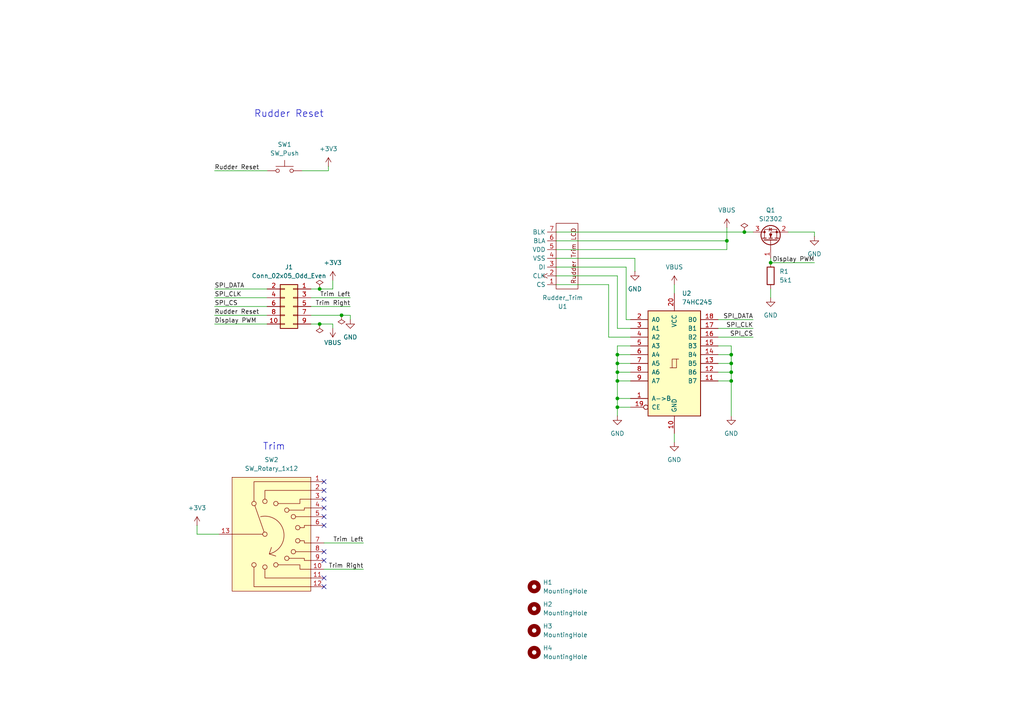
<source format=kicad_sch>
(kicad_sch (version 20231120) (generator "eeschema") (generator_version "8.0")
  (paper "A4")
  (lib_symbols
    (symbol "74xx:74HC245" (pin_names (offset 1.016))
      (property "Reference" "U" (at -7.62 16.51 0))
      (property "Value" "74HC245" (at -7.62 -16.51 0))
      (symbol "74HC245_1_0"
        (polyline (pts (xy -0.635 -1.27) (xy -0.635 1.27) (xy 0.635 1.27)))
        (polyline (pts (xy -1.27 -1.27) (xy 0.635 -1.27) (xy 0.635 1.27) (xy 1.27 1.27)))
        (pin input line (at -12.7 -10.16 0) (length 5.08) (name "A->B") (number "1"))
        (pin power_in line (at 0 -20.32 90) (length 5.08) (name "GND") (number "10"))
        (pin tri_state line (at 12.7 -5.08 180) (length 5.08) (name "B7") (number "11"))
        (pin tri_state line (at 12.7 -2.54 180) (length 5.08) (name "B6") (number "12"))
        (pin tri_state line (at 12.7 0 180) (length 5.08) (name "B5") (number "13"))
        (pin tri_state line (at 12.7 2.54 180) (length 5.08) (name "B4") (number "14"))
        (pin tri_state line (at 12.7 5.08 180) (length 5.08) (name "B3") (number "15"))
        (pin tri_state line (at 12.7 7.62 180) (length 5.08) (name "B2") (number "16"))
        (pin tri_state line (at 12.7 10.16 180) (length 5.08) (name "B1") (number "17"))
        (pin tri_state line (at 12.7 12.7 180) (length 5.08) (name "B0") (number "18"))
        (pin input inverted (at -12.7 -12.7 0) (length 5.08) (name "CE") (number "19"))
        (pin tri_state line (at -12.7 12.7 0) (length 5.08) (name "A0") (number "2"))
        (pin power_in line (at 0 20.32 270) (length 5.08) (name "VCC") (number "20"))
        (pin tri_state line (at -12.7 10.16 0) (length 5.08) (name "A1") (number "3"))
        (pin tri_state line (at -12.7 7.62 0) (length 5.08) (name "A2") (number "4"))
        (pin tri_state line (at -12.7 5.08 0) (length 5.08) (name "A3") (number "5"))
        (pin tri_state line (at -12.7 2.54 0) (length 5.08) (name "A4") (number "6"))
        (pin tri_state line (at -12.7 0 0) (length 5.08) (name "A5") (number "7"))
        (pin tri_state line (at -12.7 -2.54 0) (length 5.08) (name "A6") (number "8"))
        (pin tri_state line (at -12.7 -5.08 0) (length 5.08) (name "A7") (number "9"))
      )
      (symbol "74HC245_1_1"
        (rectangle (start -7.62 15.24) (end 7.62 -15.24) (stroke (width 0.254)) (fill (type background)))
      )
    )
    (symbol "Connector_Generic:Conn_02x05_Odd_Even" (pin_names (offset 1.016) hide)
      (property "Reference" "J" (at 1.27 7.62 0))
      (property "Value" "Conn_02x05_Odd_Even" (at 1.27 -7.62 0))
      (symbol "Conn_02x05_Odd_Even_1_1"
        (rectangle (start -1.27 -4.953) (end 0 -5.207) (stroke (width 0.1524)))
        (rectangle (start -1.27 -2.413) (end 0 -2.667) (stroke (width 0.1524)))
        (rectangle (start -1.27 0.127) (end 0 -0.127) (stroke (width 0.1524)))
        (rectangle (start -1.27 2.667) (end 0 2.413) (stroke (width 0.1524)))
        (rectangle (start -1.27 5.207) (end 0 4.953) (stroke (width 0.1524)))
        (rectangle (start -1.27 6.35) (end 3.81 -6.35) (stroke (width 0.254)) (fill (type background)))
        (rectangle (start 3.81 -4.953) (end 2.54 -5.207) (stroke (width 0.1524)))
        (rectangle (start 3.81 -2.413) (end 2.54 -2.667) (stroke (width 0.1524)))
        (rectangle (start 3.81 0.127) (end 2.54 -0.127) (stroke (width 0.1524)))
        (rectangle (start 3.81 2.667) (end 2.54 2.413) (stroke (width 0.1524)))
        (rectangle (start 3.81 5.207) (end 2.54 4.953) (stroke (width 0.1524)))
        (pin passive line (at -5.08 5.08 0) (length 3.81) (name "Pin_1") (number "1"))
        (pin passive line (at 7.62 -5.08 180) (length 3.81) (name "Pin_10") (number "10"))
        (pin passive line (at 7.62 5.08 180) (length 3.81) (name "Pin_2") (number "2"))
        (pin passive line (at -5.08 2.54 0) (length 3.81) (name "Pin_3") (number "3"))
        (pin passive line (at 7.62 2.54 180) (length 3.81) (name "Pin_4") (number "4"))
        (pin passive line (at -5.08 0 0) (length 3.81) (name "Pin_5") (number "5"))
        (pin passive line (at 7.62 0 180) (length 3.81) (name "Pin_6") (number "6"))
        (pin passive line (at -5.08 -2.54 0) (length 3.81) (name "Pin_7") (number "7"))
        (pin passive line (at 7.62 -2.54 180) (length 3.81) (name "Pin_8") (number "8"))
        (pin passive line (at -5.08 -5.08 0) (length 3.81) (name "Pin_9") (number "9"))
      )
    )
    (symbol "Device:R" (pin_numbers hide) (pin_names (offset 0))
      (property "Reference" "R" (at 2.032 0 90))
      (property "Value" "R" (at 0 0 90))
      (symbol "R_0_1"
        (rectangle (start -1.016 -2.54) (end 1.016 2.54) (stroke (width 0.254)))
      )
      (symbol "R_1_1"
        (pin passive line (at 0 3.81 270) (length 1.27) (name "~") (number "1"))
        (pin passive line (at 0 -3.81 90) (length 1.27) (name "~") (number "2"))
      )
    )
    (symbol "Kav_Displays:Rudder_Trim"
      (property "Reference" "U" (at 2.54 5.08 0))
      (property "Value" "Rudder_Trim" (at -6.35 5.08 0))
      (symbol "Rudder_Trim_0_1"
        (rectangle (start -8.89 3.81) (end 10.16 -2.54))
      )
      (symbol "Rudder_Trim_1_1"
        (text "Rudder Trim LCD" (at 0.7305 2.56 0) (effects (font (size 1.27 1.27))))
        (pin input line (at -7.62 -2.54 270) (length 2.54) (name "CS") (number "1"))
        (pin input clock (at -5.08 -2.54 270) (length 2.54) (name "CLK") (number "2"))
        (pin input line (at -2.54 -2.54 270) (length 2.54) (name "DI") (number "3"))
        (pin power_in line (at 0 -2.54 270) (length 2.54) (name "VSS") (number "4"))
        (pin power_in line (at 2.54 -2.54 270) (length 2.54) (name "VDD") (number "5"))
        (pin power_in line (at 5.08 -2.54 270) (length 2.54) (name "BLA") (number "6"))
        (pin power_in line (at 7.62 -2.54 270) (length 2.54) (name "BLK") (number "7"))
      )
    )
    (symbol "Mechanical:MountingHole" (pin_names (offset 1.016))
      (property "Reference" "H" (at 0 5.08 0))
      (property "Value" "MountingHole" (at 0 3.175 0))
      (symbol "MountingHole_0_1"
        (circle (center 0 0) (radius 1.27) (stroke (width 1.27)))
      )
    )
    (symbol "Switch:SW_Push" (pin_numbers hide) (pin_names (offset 1.016) hide)
      (property "Reference" "SW" (at 1.27 2.54 0))
      (property "Value" "SW_Push" (at 0 -1.524 0))
      (symbol "SW_Push_0_1"
        (circle (center -2.032 0) (radius 0.508))
        (polyline (pts (xy 0 1.27) (xy 0 3.048)))
        (polyline (pts (xy 2.54 1.27) (xy -2.54 1.27)))
        (circle (center 2.032 0) (radius 0.508))
        (pin passive line (at -5.08 0 0) (length 2.54) (name "1") (number "1"))
        (pin passive line (at 5.08 0 180) (length 2.54) (name "2") (number "2"))
      )
    )
    (symbol "Switch:SW_Rotary_1x12" (pin_names (offset 1.016) hide)
      (property "Reference" "SW" (at 0 17.78 0))
      (property "Value" "SW_Rotary_1x12" (at 0 -17.78 0))
      (symbol "SW_Rotary_1x12_0_0"
        (circle (center -5.08 -8.89) (radius 0.635))
        (circle (center -5.08 8.89) (radius 0.635))
        (circle (center -1.905 -9.525) (radius 0.635))
        (circle (center -1.905 0) (radius 0.635))
        (circle (center -1.905 9.525) (radius 0.635))
        (arc (start -0.635 -5.715) (mid 3.4777 0.949) (end -3.175 5.08))
        (polyline (pts (xy -2.1336 0.6096) (xy -4.826 8.2804)))
        (polyline (pts (xy -0.635 -5.715) (xy 0 -3.81)))
        (polyline (pts (xy -0.635 -5.715) (xy 1.27 -6.35)))
        (polyline (pts (xy 6.985 -5.08) (xy 11.43 -5.08)))
        (polyline (pts (xy 6.985 5.08) (xy 11.43 5.08)))
        (polyline (pts (xy -5.08 -9.525) (xy -5.08 -15.24) (xy 11.43 -15.24)))
        (polyline (pts (xy -5.08 9.525) (xy -5.08 15.24) (xy 11.43 15.24)))
        (polyline (pts (xy -1.905 -10.16) (xy -1.905 -12.7) (xy 11.43 -12.7)))
        (polyline (pts (xy -1.905 10.16) (xy -1.905 12.7) (xy 11.43 12.7)))
        (polyline (pts (xy 1.905 -8.89) (xy 8.255 -8.89) (xy 8.255 -10.16) (xy 11.43 -10.16)))
        (polyline (pts (xy 1.905 8.89) (xy 8.255 8.89) (xy 8.255 10.16) (xy 11.43 10.16)))
        (polyline (pts (xy 5.08 -6.985) (xy 9.525 -6.985) (xy 9.525 -7.62) (xy 11.43 -7.62)))
        (polyline (pts (xy 5.08 6.985) (xy 9.525 6.985) (xy 9.525 7.62) (xy 11.43 7.62)))
        (polyline (pts (xy 8.255 -1.905) (xy 9.525 -1.905) (xy 9.525 -2.54) (xy 11.43 -2.54)))
        (polyline (pts (xy 8.255 1.905) (xy 9.525 1.905) (xy 9.525 2.54) (xy 11.43 2.54)))
        (circle (center 1.27 -8.89) (radius 0.635))
        (circle (center 1.27 8.89) (radius 0.635))
        (circle (center 4.445 -6.985) (radius 0.635))
        (circle (center 4.445 6.985) (radius 0.635))
        (circle (center 6.35 -5.08) (radius 0.635))
        (circle (center 6.35 5.08) (radius 0.635))
        (circle (center 7.62 -1.905) (radius 0.635))
        (circle (center 7.62 1.905) (radius 0.635))
      )
      (symbol "SW_Rotary_1x12_1_1"
        (rectangle (start -11.43 16.51) (end 11.43 -16.51) (fill (type background)))
        (polyline (pts (xy -11.43 0) (xy -2.54 0)))
        (pin passive line (at 15.24 15.24 180) (length 3.81) (name "1") (number "1"))
        (pin passive line (at 15.24 -10.16 180) (length 3.81) (name "10") (number "10"))
        (pin passive line (at 15.24 -12.7 180) (length 3.81) (name "11") (number "11"))
        (pin passive line (at 15.24 -15.24 180) (length 3.81) (name "12") (number "12"))
        (pin passive line (at -15.24 0 0) (length 3.81) (name "13") (number "13"))
        (pin passive line (at 15.24 12.7 180) (length 3.81) (name "2") (number "2"))
        (pin passive line (at 15.24 10.16 180) (length 3.81) (name "3") (number "3"))
        (pin passive line (at 15.24 7.62 180) (length 3.81) (name "4") (number "4"))
        (pin passive line (at 15.24 5.08 180) (length 3.81) (name "5") (number "5"))
        (pin passive line (at 15.24 2.54 180) (length 3.81) (name "6") (number "6"))
        (pin passive line (at 15.24 -2.54 180) (length 3.81) (name "7") (number "7"))
        (pin passive line (at 15.24 -5.08 180) (length 3.81) (name "8") (number "8"))
        (pin passive line (at 15.24 -7.62 180) (length 3.81) (name "9") (number "9"))
      )
    )
    (symbol "Transistor_FET:2N7002K" (pin_names hide)
      (property "Reference" "Q" (at 5.08 1.905 0))
      (property "Value" "2N7002K" (at 5.08 0 0))
      (symbol "2N7002K_0_1"
        (polyline (pts (xy 0.254 0) (xy -2.54 0)))
        (polyline (pts (xy 0.254 1.905) (xy 0.254 -1.905)) (stroke (width 0.254)))
        (polyline (pts (xy 0.762 -1.27) (xy 0.762 -2.286)) (stroke (width 0.254)))
        (polyline (pts (xy 0.762 0.508) (xy 0.762 -0.508)) (stroke (width 0.254)))
        (polyline (pts (xy 0.762 2.286) (xy 0.762 1.27)) (stroke (width 0.254)))
        (polyline (pts (xy 2.54 2.54) (xy 2.54 1.778)))
        (polyline (pts (xy 2.54 -2.54) (xy 2.54 0) (xy 0.762 0)))
        (polyline (pts (xy 0.762 -1.778) (xy 3.302 -1.778) (xy 3.302 1.778) (xy 0.762 1.778)))
        (polyline (pts (xy 1.016 0) (xy 2.032 0.381) (xy 2.032 -0.381) (xy 1.016 0)) (fill (type outline)))
        (polyline (pts (xy 2.794 0.508) (xy 2.921 0.381) (xy 3.683 0.381) (xy 3.81 0.254)))
        (polyline (pts (xy 3.302 0.381) (xy 2.921 -0.254) (xy 3.683 -0.254) (xy 3.302 0.381)))
        (circle (center 1.651 0) (radius 2.794) (stroke (width 0.254)))
        (circle (center 2.54 -1.778) (radius 0.254) (fill (type outline)))
        (circle (center 2.54 1.778) (radius 0.254) (fill (type outline)))
      )
      (symbol "2N7002K_1_1"
        (pin input line (at -5.08 0 0) (length 2.54) (name "G") (number "1"))
        (pin passive line (at 2.54 -5.08 90) (length 2.54) (name "S") (number "2"))
        (pin passive line (at 2.54 5.08 270) (length 2.54) (name "D") (number "3"))
      )
    )
    (symbol "power:+3V3" (power) (pin_numbers hide) (pin_names (offset 0) hide)
      (property "Value" "+3V3" (at 0 3.556 0))
      (symbol "+3V3_0_1"
        (polyline (pts (xy -0.762 1.27) (xy 0 2.54)))
        (polyline (pts (xy 0 0) (xy 0 2.54)))
        (polyline (pts (xy 0 2.54) (xy 0.762 1.27)))
      )
      (symbol "+3V3_1_1"
        (pin power_in line (at 0 0 90) (length 0) (name "~") (number "1"))
      )
    )
    (symbol "power:GND" (power) (pin_numbers hide) (pin_names (offset 0) hide)
      (property "Value" "GND" (at 0 -3.81 0))
      (symbol "GND_0_1"
        (polyline (pts (xy 0 0) (xy 0 -1.27) (xy 1.27 -1.27) (xy 0 -2.54) (xy -1.27 -1.27) (xy 0 -1.27)))
      )
      (symbol "GND_1_1"
        (pin power_in line (at 0 0 270) (length 0) (name "~") (number "1"))
      )
    )
    (symbol "power:PWR_FLAG" (power) (pin_numbers hide) (pin_names (offset 0) hide)
      (property "Value" "PWR_FLAG" (at 0 3.81 0))
      (symbol "PWR_FLAG_0_0"
        (pin power_out line (at 0 0 90) (length 0) (name "~") (number "1"))
      )
      (symbol "PWR_FLAG_0_1"
        (polyline (pts (xy 0 0) (xy 0 1.27) (xy -1.016 1.905) (xy 0 2.54) (xy 1.016 1.905) (xy 0 1.27)))
      )
    )
    (symbol "power:VBUS" (power) (pin_numbers hide) (pin_names (offset 0) hide)
      (property "Value" "VBUS" (at 0 3.556 0))
      (symbol "VBUS_0_1"
        (polyline (pts (xy -0.762 1.27) (xy 0 2.54)))
        (polyline (pts (xy 0 0) (xy 0 2.54)))
        (polyline (pts (xy 0 2.54) (xy 0.762 1.27)))
      )
      (symbol "VBUS_1_1"
        (pin power_in line (at 0 0 90) (length 0) (name "~") (number "1"))
      )
    )
  )
  (junction (at 179.07 110.49))
  (junction (at 179.07 102.87))
  (junction (at 212.09 105.41))
  (junction (at 210.82 69.85))
  (junction (at 179.07 105.41))
  (junction (at 215.9 67.31))
  (junction (at 179.07 115.57))
  (junction (at 99.06 91.44))
  (junction (at 92.71 93.98))
  (junction (at 212.09 102.87))
  (junction (at 212.09 107.95))
  (junction (at 92.71 83.82))
  (junction (at 223.52 76.2))
  (junction (at 212.09 110.49))
  (junction (at 179.07 118.11))
  (junction (at 179.07 107.95))
  (no_connect (at 93.98 162.56))
  (no_connect (at 93.98 170.18))
  (no_connect (at 93.98 142.24))
  (no_connect (at 93.98 167.64))
  (no_connect (at 93.98 144.78))
  (no_connect (at 93.98 139.7))
  (no_connect (at 93.98 149.86))
  (no_connect (at 93.98 147.32))
  (no_connect (at 93.98 152.4))
  (no_connect (at 93.98 160.02))
  (wire (pts (xy 208.28 102.87) (xy 212.09 102.87)))
  (wire (pts (xy 90.17 91.44) (xy 99.06 91.44)))
  (wire (pts (xy 210.82 69.85) (xy 210.82 72.39)))
  (wire (pts (xy 182.88 95.25) (xy 179.07 95.25)))
  (wire (pts (xy 101.6 91.44) (xy 101.6 92.71)))
  (wire (pts (xy 212.09 100.33) (xy 208.28 100.33)))
  (wire (pts (xy 181.61 77.47) (xy 161.29 77.47)))
  (wire (pts (xy 179.07 95.25) (xy 179.07 80.01)))
  (wire (pts (xy 182.88 110.49) (xy 179.07 110.49)))
  (wire (pts (xy 228.6 67.31) (xy 236.22 67.31)))
  (wire (pts (xy 161.29 82.55) (xy 176.53 82.55)))
  (wire (pts (xy 223.52 76.2) (xy 236.22 76.2)))
  (wire (pts (xy 62.23 93.98) (xy 77.47 93.98)))
  (wire (pts (xy 99.06 91.44) (xy 101.6 91.44)))
  (wire (pts (xy 179.07 102.87) (xy 179.07 105.41)))
  (wire (pts (xy 161.29 80.01) (xy 179.07 80.01)))
  (wire (pts (xy 236.22 67.31) (xy 236.22 68.58)))
  (wire (pts (xy 184.15 74.93) (xy 184.15 78.74)))
  (wire (pts (xy 176.53 97.79) (xy 176.53 82.55)))
  (wire (pts (xy 223.52 74.93) (xy 223.52 76.2)))
  (wire (pts (xy 179.07 120.65) (xy 179.07 118.11)))
  (wire (pts (xy 210.82 72.39) (xy 161.29 72.39)))
  (wire (pts (xy 182.88 97.79) (xy 176.53 97.79)))
  (wire (pts (xy 92.71 83.82) (xy 96.52 83.82)))
  (wire (pts (xy 57.15 154.94) (xy 63.5 154.94)))
  (wire (pts (xy 62.23 49.53) (xy 77.47 49.53)))
  (wire (pts (xy 195.58 125.73) (xy 195.58 128.27)))
  (wire (pts (xy 179.07 100.33) (xy 179.07 102.87)))
  (wire (pts (xy 208.28 110.49) (xy 212.09 110.49)))
  (wire (pts (xy 208.28 97.79) (xy 218.44 97.79)))
  (wire (pts (xy 92.71 93.98) (xy 96.52 93.98)))
  (wire (pts (xy 93.98 157.48) (xy 105.41 157.48)))
  (wire (pts (xy 95.25 48.26) (xy 95.25 49.53)))
  (wire (pts (xy 184.15 74.93) (xy 161.29 74.93)))
  (wire (pts (xy 161.29 69.85) (xy 210.82 69.85)))
  (wire (pts (xy 212.09 102.87) (xy 212.09 100.33)))
  (wire (pts (xy 57.15 152.4) (xy 57.15 154.94)))
  (wire (pts (xy 90.17 93.98) (xy 92.71 93.98)))
  (wire (pts (xy 208.28 107.95) (xy 212.09 107.95)))
  (wire (pts (xy 212.09 110.49) (xy 212.09 107.95)))
  (wire (pts (xy 179.07 105.41) (xy 182.88 105.41)))
  (wire (pts (xy 96.52 93.98) (xy 96.52 95.25)))
  (wire (pts (xy 182.88 92.71) (xy 181.61 92.71)))
  (wire (pts (xy 179.07 107.95) (xy 182.88 107.95)))
  (wire (pts (xy 182.88 115.57) (xy 179.07 115.57)))
  (wire (pts (xy 96.52 81.28) (xy 96.52 83.82)))
  (wire (pts (xy 179.07 118.11) (xy 182.88 118.11)))
  (wire (pts (xy 195.58 82.55) (xy 195.58 85.09)))
  (wire (pts (xy 208.28 105.41) (xy 212.09 105.41)))
  (wire (pts (xy 179.07 107.95) (xy 179.07 110.49)))
  (wire (pts (xy 208.28 92.71) (xy 218.44 92.71)))
  (wire (pts (xy 90.17 86.36) (xy 101.6 86.36)))
  (wire (pts (xy 179.07 102.87) (xy 182.88 102.87)))
  (wire (pts (xy 212.09 105.41) (xy 212.09 102.87)))
  (wire (pts (xy 215.9 67.31) (xy 218.44 67.31)))
  (wire (pts (xy 90.17 88.9) (xy 101.6 88.9)))
  (wire (pts (xy 62.23 88.9) (xy 77.47 88.9)))
  (wire (pts (xy 215.9 67.31) (xy 161.29 67.31)))
  (wire (pts (xy 210.82 66.04) (xy 210.82 69.85)))
  (wire (pts (xy 179.07 105.41) (xy 179.07 107.95)))
  (wire (pts (xy 62.23 91.44) (xy 77.47 91.44)))
  (wire (pts (xy 179.07 115.57) (xy 179.07 118.11)))
  (wire (pts (xy 208.28 95.25) (xy 218.44 95.25)))
  (wire (pts (xy 182.88 100.33) (xy 179.07 100.33)))
  (wire (pts (xy 90.17 83.82) (xy 92.71 83.82)))
  (wire (pts (xy 62.23 86.36) (xy 77.47 86.36)))
  (wire (pts (xy 212.09 107.95) (xy 212.09 105.41)))
  (wire (pts (xy 93.98 165.1) (xy 105.41 165.1)))
  (wire (pts (xy 62.23 83.82) (xy 77.47 83.82)))
  (wire (pts (xy 181.61 92.71) (xy 181.61 77.47)))
  (wire (pts (xy 212.09 120.65) (xy 212.09 110.49)))
  (wire (pts (xy 87.63 49.53) (xy 95.25 49.53)))
  (wire (pts (xy 223.52 83.82) (xy 223.52 86.36)))
  (wire (pts (xy 179.07 110.49) (xy 179.07 115.57)))
  (text "Rudder Reset" (at 73.66 34.29 0) (effects (font (size 2 2)) (justify left bottom)))
  (text "Trim" (at 76.2 130.81 0) (effects (font (size 2 2)) (justify left bottom)))
  (label "Display PWM" (at 62.23 93.98 0))
  (label "Display PWM" (at 236.22 76.2 180))
  (label "SPI_CS" (at 218.44 97.79 180))
  (label "Trim Left" (at 105.41 157.48 180))
  (label "Rudder Reset" (at 62.23 91.44 0))
  (label "SPI_CS" (at 62.23 88.9 0))
  (label "SPI_CLK" (at 62.23 86.36 0))
  (label "SPI_DATA" (at 62.23 83.82 0))
  (label "Rudder Reset" (at 62.23 49.53 0))
  (label "Trim Right" (at 105.41 165.1 180))
  (label "SPI_DATA" (at 218.44 92.71 180))
  (label "SPI_CLK" (at 218.44 95.25 180))
  (label "Trim Left" (at 101.6 86.36 180))
  (label "Trim Right" (at 101.6 88.9 180))
  (symbol (lib_id "power:GND") (at 195.58 128.27 0) (unit 1)
    (property "Reference" "#PWR06" (effects (hide yes)))
    (property "Value" "GND" (at 195.58 133.35 0))
  )
  (symbol (lib_id "power:+3V3") (at 96.52 81.28 0) (unit 1)
    (property "Reference" "#PWR025" (effects (hide yes)))
    (property "Value" "+3V3" (at 96.52 76.2 0))
  )
  (symbol (lib_id "power:VBUS") (at 195.58 82.55 0) (unit 1)
    (property "Reference" "#PWR07" (effects (hide yes)))
    (property "Value" "VBUS" (at 195.58 77.47 0))
  )
  (symbol (lib_id "Switch:SW_Rotary_1x12") (at 78.74 154.94 0) (unit 1)
    (property "Reference" "SW2" (at 78.74 133.35 0))
    (property "Value" "SW_Rotary_1x12" (at 78.74 135.89 0))
    (property "Footprint" "NiasStuff:C&K_Rotary_Switches" (effects (hide yes)))
    (property "Datasheet" "https://www.mouser.de/datasheet/2/240/arotary-3050724.pdf" (effects (hide yes)))
    (property "JLCPCB Part" "N/A" (effects (hide yes)))
    (property "Manufracturer" "C&K" (effects (hide yes)))
    (property "Manufracturer Part Number" "A12505RNZQ " (effects (hide yes)))
  )
  (symbol (lib_id "Mechanical:MountingHole") (at 154.94 176.53 0) (unit 1) (in_bom no)
    (property "Reference" "H2" (at 157.48 175.26 0) (effects (justify left)))
    (property "Value" "MountingHole" (at 157.48 177.8 0) (effects (justify left)))
    (property "Footprint" "MountingHole:MountingHole_2.2mm_M2" (effects (hide yes)))
  )
  (symbol (lib_id "power:GND") (at 223.52 86.36 0) (unit 1)
    (property "Reference" "#PWR04" (effects (hide yes)))
    (property "Value" "GND" (at 223.52 91.44 0))
  )
  (symbol (lib_id "Device:R") (at 223.52 80.01 180) (unit 1)
    (property "Reference" "R1" (at 226.06 78.74 0) (effects (justify right)))
    (property "Value" "5k1" (at 226.06 81.28 0) (effects (justify right)))
    (property "Footprint" "Resistor_SMD:R_0603_1608Metric" (effects (hide yes)))
    (property "Datasheet" "https://www.lcsc.com/datasheet/lcsc_datasheet_2206010116_UNI-ROYAL-Uniroyal-Elec-0603WAF5101T5E_C23186.pdf" (effects (hide yes)))
    (property "JLCPCB Part" "C23186" (effects (hide yes)))
    (property "Manufracturer" "UNI-ROYAL(Uniroyal Elec)" (effects (hide yes)))
    (property "Manufracturer Part Number" "0603WAF5101T5E" (effects (hide yes)))
  )
  (symbol (lib_id "74xx:74HC245") (at 195.58 105.41 0) (unit 1)
    (property "Reference" "U2" (at 197.7741 85.09 0) (effects (justify left)))
    (property "Value" "74HC245" (at 197.7741 87.63 0) (effects (justify left)))
    (property "Footprint" "Package_SO:SOP-20_7.5x12.8mm_P1.27mm" (effects (hide yes)))
    (property "Datasheet" "https://www.lcsc.com/datasheet/lcsc_datasheet_2407241045_Nexperia-74HCT245PW-118_C5980.pdf" (effects (hide yes)))
    (property "Description" "Octal BUS Transceivers, 3-State outputs" (effects (hide yes)))
    (property "JLCPCB Part" "C5980" (effects (hide yes)))
    (property "Manufracturer" "Nexperia" (effects (hide yes)))
    (property "Manufracturer Part Number" "74HCT245PW,118" (effects (hide yes)))
  )
  (symbol (lib_id "Switch:SW_Push") (at 82.55 49.53 0) (unit 1)
    (property "Reference" "SW1" (at 82.55 41.91 0))
    (property "Value" "SW_Push" (at 82.55 44.45 0))
    (property "Footprint" "Button_Switch_SMD:SW_Push_1TS009xxxx-xxxx-xxxx_6x6x5mm" (effects (hide yes)))
    (property "Datasheet" "https://www.lcsc.com/datasheet/lcsc_datasheet_1811151231_HYP--Hongyuan-Precision-1TS009A-1800-5000-CT_C319409.pdf" (effects (hide yes)))
    (property "JLCPCB Part" "C319409" (effects (hide yes)))
    (property "Manufracturer" "HYP (Hongyuan Precision)" (effects (hide yes)))
    (property "Manufracturer Part Number" "1TS009A-1800-5000-CT" (effects (hide yes)))
  )
  (symbol (lib_id "Transistor_FET:2N7002K") (at 223.52 69.85 90) (unit 1)
    (property "Reference" "Q1" (at 223.52 60.96 90))
    (property "Value" "SI2302" (at 223.52 63.5 90))
    (property "Footprint" "Package_TO_SOT_SMD:SOT-23" (effects (hide yes)))
    (property "Datasheet" "https://www.diodes.com/assets/Datasheets/ds30896.pdf" (effects (hide yes)))
    (property "Description" "0.38A Id, 60V Vds, N-Channel MOSFET, SOT-23" (effects (hide yes)))
    (property "Manufracturer" "YONGYUTAI" (effects (hide yes)))
    (property "Manufracturer Part Number" "SI2302" (effects (hide yes)))
    (property "JLCPCB Part" "C2891732" (effects (hide yes)))
  )
  (symbol (lib_id "power:PWR_FLAG") (at 99.06 91.44 180) (unit 1)
    (property "Reference" "#FLG02" (effects (hide yes)))
    (property "Value" "PWR_FLAG" (effects (hide yes)))
    (property "Description" "Special symbol for telling ERC where power comes from" (effects (hide yes)))
  )
  (symbol (lib_id "power:GND") (at 101.6 92.71 0) (unit 1)
    (property "Reference" "#PWR027" (effects (hide yes)))
    (property "Value" "GND" (at 101.6 97.79 0))
  )
  (symbol (lib_id "power:PWR_FLAG") (at 92.71 83.82 0) (unit 1)
    (property "Reference" "#FLG01" (effects (hide yes)))
    (property "Value" "PWR_FLAG" (effects (hide yes)))
    (property "Description" "Special symbol for telling ERC where power comes from" (effects (hide yes)))
  )
  (symbol (lib_id "power:+3V3") (at 57.15 152.4 0) (unit 1)
    (property "Reference" "#PWR029" (effects (hide yes)))
    (property "Value" "+3V3" (at 57.15 147.32 0))
  )
  (symbol (lib_id "power:GND") (at 236.22 68.58 0) (unit 1)
    (property "Reference" "#PWR03" (effects (hide yes)))
    (property "Value" "GND" (at 236.22 73.66 0))
  )
  (symbol (lib_id "Mechanical:MountingHole") (at 154.94 170.18 0) (unit 1) (in_bom no)
    (property "Reference" "H1" (at 157.48 168.91 0) (effects (justify left)))
    (property "Value" "MountingHole" (at 157.48 171.45 0) (effects (justify left)))
    (property "Footprint" "MountingHole:MountingHole_2.2mm_M2" (effects (hide yes)))
  )
  (symbol (lib_id "power:GND") (at 212.09 120.65 0) (unit 1)
    (property "Reference" "#PWR08" (effects (hide yes)))
    (property "Value" "GND" (at 212.09 125.73 0))
  )
  (symbol (lib_id "power:+3V3") (at 95.25 48.26 0) (unit 1)
    (property "Reference" "#PWR028" (effects (hide yes)))
    (property "Value" "+3V3" (at 95.25 43.18 0))
  )
  (symbol (lib_id "Connector_Generic:Conn_02x05_Odd_Even") (at 85.09 88.9 0) (mirror y) (unit 1)
    (property "Reference" "J1" (at 83.82 77.47 0))
    (property "Value" "Conn_02x05_Odd_Even" (at 83.82 80.01 0))
    (property "Footprint" "Connector_IDC:IDC-Header_2x05_P2.54mm_Vertical" (effects (hide yes)))
    (property "Datasheet" "https://www.lcsc.com/datasheet/lcsc_datasheet_1810281612_BOOMELE-Boom-Precision-Elec-2-54-2-5P_C5665.pdf" (effects (hide yes)))
    (property "JLCPCB Part" "C5665" (effects (hide yes)))
    (property "Manufracturer" "BOOMELE(Boom Precision Elec)" (effects (hide yes)))
    (property "Manufracturer Part Number" "2.54-2*5P" (effects (hide yes)))
  )
  (symbol (lib_id "Mechanical:MountingHole") (at 154.94 189.23 0) (unit 1) (in_bom no)
    (property "Reference" "H4" (at 157.48 187.96 0) (effects (justify left)))
    (property "Value" "MountingHole" (at 157.48 190.5 0) (effects (justify left)))
    (property "Footprint" "MountingHole:MountingHole_2.2mm_M2" (effects (hide yes)))
  )
  (symbol (lib_id "power:PWR_FLAG") (at 215.9 67.31 0) (unit 1)
    (property "Reference" "#FLG04" (effects (hide yes)))
    (property "Value" "PWR_FLAG" (effects (hide yes)))
    (property "Description" "Special symbol for telling ERC where power comes from" (effects (hide yes)))
  )
  (symbol (lib_id "Mechanical:MountingHole") (at 154.94 182.88 0) (unit 1) (in_bom no)
    (property "Reference" "H3" (at 157.48 181.61 0) (effects (justify left)))
    (property "Value" "MountingHole" (at 157.48 184.15 0) (effects (justify left)))
    (property "Footprint" "MountingHole:MountingHole_2.2mm_M2" (effects (hide yes)))
  )
  (symbol (lib_id "power:VBUS") (at 210.82 66.04 0) (unit 1)
    (property "Reference" "#PWR01" (effects (hide yes)))
    (property "Value" "VBUS" (at 210.82 60.96 0))
  )
  (symbol (lib_id "power:PWR_FLAG") (at 92.71 93.98 180) (unit 1)
    (property "Reference" "#FLG03" (effects (hide yes)))
    (property "Value" "PWR_FLAG" (effects (hide yes)))
    (property "Description" "Special symbol for telling ERC where power comes from" (effects (hide yes)))
  )
  (symbol (lib_id "Kav_Displays:Rudder_Trim") (at 163.83 74.93 270) (mirror x) (unit 1)
    (property "Reference" "U1" (at 163.195 88.9 90))
    (property "Value" "Rudder_Trim" (at 163.195 86.36 90))
    (property "Footprint" "Kav_Simulations:Rudder_Trim" (effects (hide yes)))
    (property "Datasheet" "https://github.com/Jak-Kav/A3xx-LCD-Devices/blob/main/RADIO_BATT_RUD_TCAS/Documentation/A3xx_Rudder_Trim_LCD_Data_Sheet.pdf" (effects (hide yes)))
    (property "Description" "Kav Simulations LCD device for rudder trim" (effects (hide yes)))
    (property "JLCPCB Part" "N/A" (effects (hide yes)))
  )
  (symbol (lib_id "power:GND") (at 184.15 78.74 0) (unit 1)
    (property "Reference" "#PWR02" (effects (hide yes)))
    (property "Value" "GND" (at 184.15 83.82 0))
  )
  (symbol (lib_id "power:GND") (at 179.07 120.65 0) (unit 1)
    (property "Reference" "#PWR05" (effects (hide yes)))
    (property "Value" "GND" (at 179.07 125.73 0))
  )
  (symbol (lib_id "power:VBUS") (at 96.52 95.25 180) (unit 1)
    (property "Reference" "#PWR026" (effects (hide yes)))
    (property "Value" "VBUS" (at 96.52 99.3831 0))
  )
)
</source>
